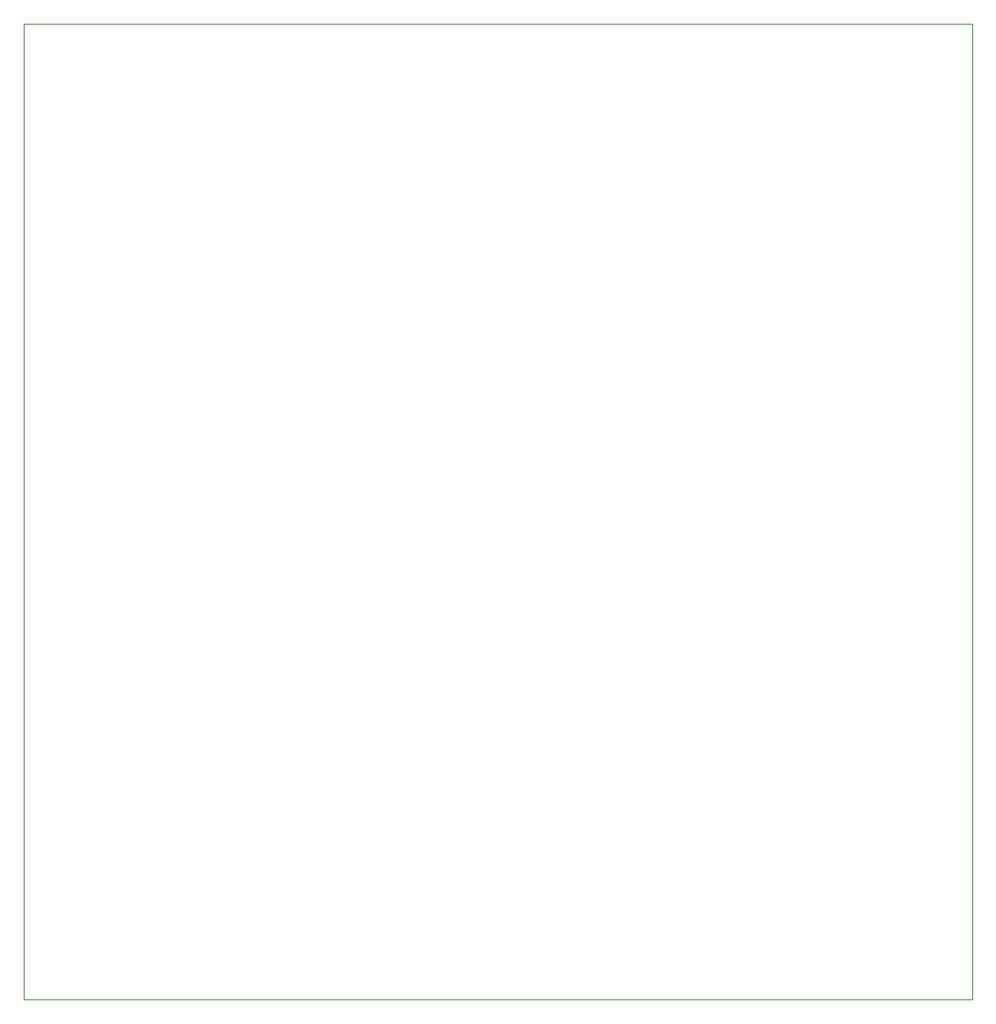
<source format=gm1>
G75*
G70*
%OFA0B0*%
%FSLAX24Y24*%
%IPPOS*%
%LPD*%
%AMOC8*
5,1,8,0,0,1.08239X$1,22.5*
%
%ADD10C,0.0000*%
D10*
X004831Y003913D02*
X004831Y040913D01*
X040831Y040913D01*
X040831Y003913D01*
X004831Y003913D01*
M02*

</source>
